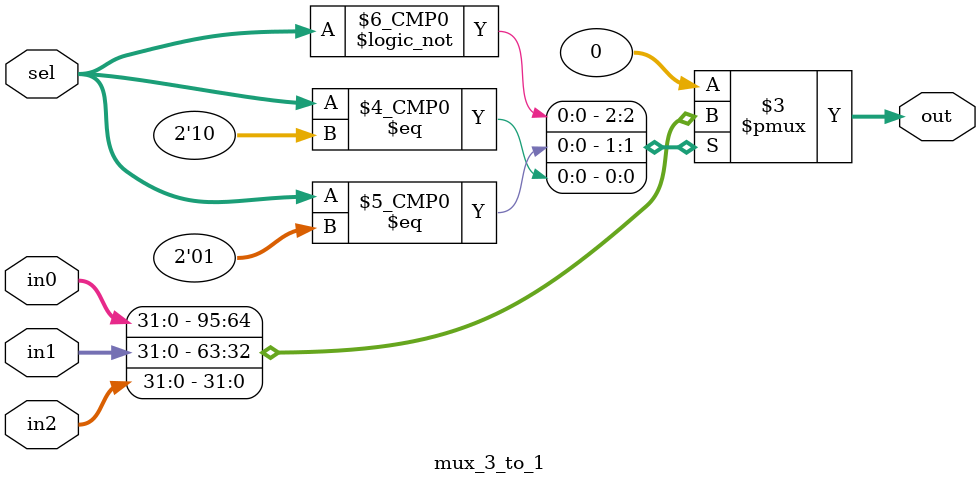
<source format=sv>
module mux_3_to_1 (
    input logic [31:0] in0,  // Input 0
    input logic [31:0] in1,  // Input 1
    input logic [31:0] in2,  // Input 2
    input logic [1:0] sel,    // Select signal (2 bits)
    output logic [31:0] out   // Output
);

    // Always block to implement the MUX functionality
    always_comb begin
        case (sel)
            2'b00: out = in0;   
            2'b01: out = in1;   
            2'b10: out = in2;   
            default: out = 32'b0; 
        endcase
    end

endmodule

</source>
